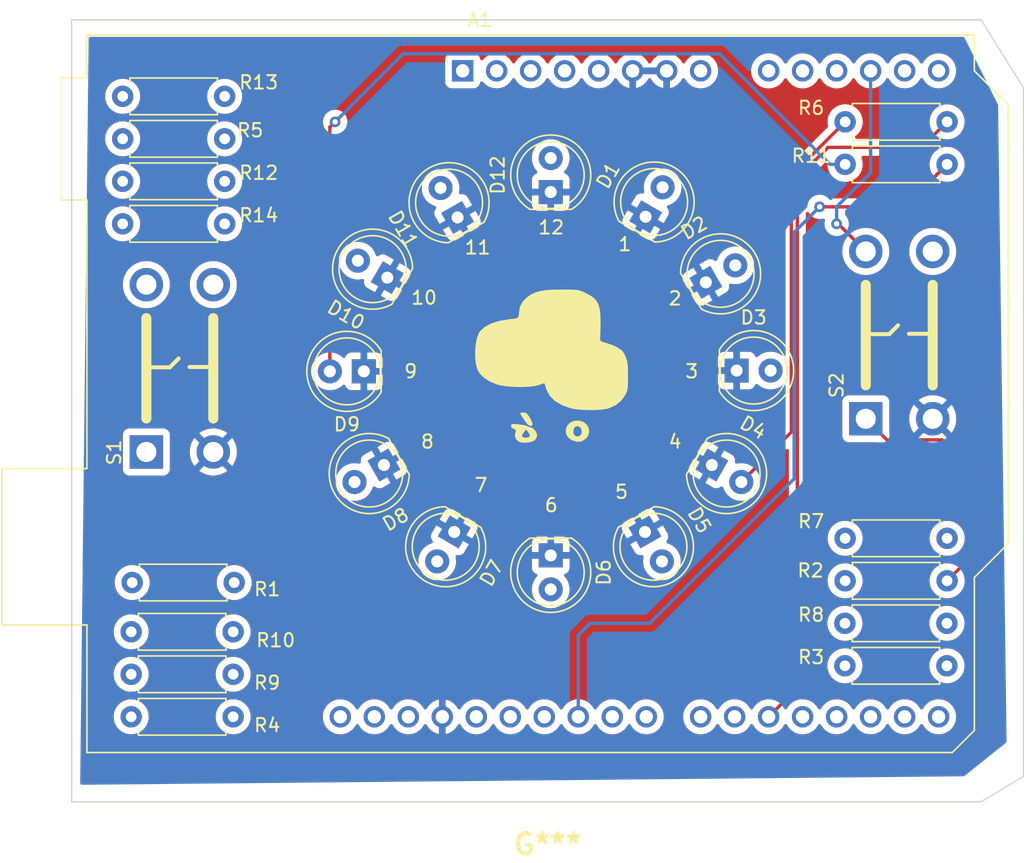
<source format=kicad_pcb>
(kicad_pcb (version 20211014) (generator pcbnew)
  (layers (0 "F.Cu" signal) (31 "B.Cu" signal) (34 "B.Paste" user) (35 "F.Paste" user) (36 "B.SilkS" user "B.Silkscreen") (37 "F.SilkS" user "F.Silkscreen") (38 "B.Mask" user) (39 "F.Mask" user) (44 "Edge.Cuts" user))
  (net 0 "")
  (net 6 "GND")
  (net 10 "A2")
  (net 11 "A3")
  (net 16 "S01")
  (net 17 "S02")
  (net 18 "S03")
  (net 19 "S04")
  (net 20 "S05")
  (net 21 "S06")
  (net 22 "S07")
  (net 23 "S08")
  (net 24 "S09")
  (net 25 "S10")
  (net 26 "S11")
  (net 27 "S12")
  (net 31 "Net-(D1-Pad2)")
  (net 32 "Net-(D2-Pad2)")
  (net 33 "Net-(D3-Pad2)")
  (net 34 "Net-(D4-Pad2)")
  (net 35 "Net-(D5-Pad2)")
  (net 36 "Net-(D6-Pad2)")
  (net 37 "Net-(D7-Pad2)")
  (net 38 "Net-(D8-Pad2)")
  (net 39 "Net-(D9-Pad2)")
  (net 40 "Net-(D10-Pad2)")
  (net 41 "Net-(D11-Pad2)")
  (net 42 "Net-(D12-Pad2)")
  (net 43 "+5V")
  (net 44 "Net-(R1-Pad2)")
  (net 45 "Net-(R2-Pad2)")
  (footprint "LED_THT:LED_D5.0mm" (layer "F.Cu") (at 145.5 55.456488 150)
    (fp_text reference "D10" (at 1.27 -3.96 150) (layer "F.SilkS"))
    (fp_text value "LED")
    (fp_line (start -1.29 -1.545) (end -1.29 1.545) (layer "F.SilkS") (width 0.12))
    (fp_arc (start -1.29 -1.54483) (mid 2.072002 -2.880433) (end 4.26 0.000462) (layer "F.SilkS") (width 0.12))
    (fp_arc (start 4.26 -0.000462) (mid 2.072002 2.880433) (end -1.29 1.54483) (layer "F.SilkS") (width 0.12))
    (fp_circle (center 1.27 0) (end 3.77 0) (layer "F.SilkS") (width 0.12) (fill none))
    (pad "1" thru_hole rect (at 0 0 150) (size 1.8 1.8) (drill 0.9) (layers *.Cu *.Mask) (net 6 "GND"))
    (pad "2" thru_hole circle (at 2.54 0 150) (size 1.8 1.8) (drill 0.9) (layers *.Cu *.Mask) (net 40 "Net-(D10-Pad2)"))
  )
  (footprint "Resistor_THT:R_Axial_DIN0207_L6.3mm_D2.5mm_P7.62mm_Horizontal" (layer "F.Cu") (at 179.705 46.99)
    (fp_text reference "R11" (at -2.54 -0.635) (layer "F.SilkS"))
    (fp_text value "300")
    (fp_line (start 7.08 -1.37) (end 7.08 -1.04) (layer "F.SilkS") (width 0.12))
    (fp_line (start 0.54 -1.37) (end 7.08 -1.37) (layer "F.SilkS") (width 0.12))
    (fp_line (start 0.54 -1.04) (end 0.54 -1.37) (layer "F.SilkS") (width 0.12))
    (fp_line (start 7.08 1.37) (end 7.08 1.04) (layer "F.SilkS") (width 0.12))
    (fp_line (start 0.54 1.04) (end 0.54 1.37) (layer "F.SilkS") (width 0.12))
    (fp_line (start 0.54 1.37) (end 7.08 1.37) (layer "F.SilkS") (width 0.12))
    (pad "1" thru_hole circle (at 0 0) (size 1.6 1.6) (drill 0.8) (layers *.Cu *.Mask) (net 39 "Net-(D9-Pad2)"))
    (pad "2" thru_hole oval (at 7.62 0) (size 1.6 1.6) (drill 0.8) (layers *.Cu *.Mask) (net 24 "S09"))
  )
  (footprint "Resistor_THT:R_Axial_DIN0207_L6.3mm_D2.5mm_P7.62mm_Horizontal" (layer "F.Cu") (at 125.73 51.435)
    (fp_text reference "R14" (at 10.16 -0.635) (layer "F.SilkS"))
    (fp_text value "300")
    (fp_line (start 0.54 1.37) (end 7.08 1.37) (layer "F.SilkS") (width 0.12))
    (fp_line (start 0.54 -1.37) (end 7.08 -1.37) (layer "F.SilkS") (width 0.12))
    (fp_line (start 0.54 1.04) (end 0.54 1.37) (layer "F.SilkS") (width 0.12))
    (fp_line (start 7.08 -1.37) (end 7.08 -1.04) (layer "F.SilkS") (width 0.12))
    (fp_line (start 0.54 -1.04) (end 0.54 -1.37) (layer "F.SilkS") (width 0.12))
    (fp_line (start 7.08 1.37) (end 7.08 1.04) (layer "F.SilkS") (width 0.12))
    (pad "1" thru_hole circle (at 0 0) (size 1.6 1.6) (drill 0.8) (layers *.Cu *.Mask) (net 42 "Net-(D12-Pad2)"))
    (pad "2" thru_hole oval (at 7.62 0) (size 1.6 1.6) (drill 0.8) (layers *.Cu *.Mask) (net 27 "S12"))
  )
  (footprint "LED_THT:LED_D5.0mm" (layer "F.Cu") (at 150.5 74.456488 -120)
    (fp_text reference "D7" (at 1.27 -3.96 60) (layer "F.SilkS"))
    (fp_text value "LED")
    (fp_line (start -1.29 -1.545) (end -1.29 1.545) (layer "F.SilkS") (width 0.12))
    (fp_arc (start 4.26 -0.000462) (mid 2.072002 2.880433) (end -1.29 1.54483) (layer "F.SilkS") (width 0.12))
    (fp_arc (start -1.29 -1.54483) (mid 2.072002 -2.880433) (end 4.26 0.000462) (layer "F.SilkS") (width 0.12))
    (fp_circle (center 1.27 0) (end 3.77 0) (layer "F.SilkS") (width 0.12) (fill none))
    (pad "1" thru_hole rect (at 0 0 240) (size 1.8 1.8) (drill 0.9) (layers *.Cu *.Mask) (net 6 "GND"))
    (pad "2" thru_hole circle (at 2.54 0 240) (size 1.8 1.8) (drill 0.9) (layers *.Cu *.Mask) (net 37 "Net-(D7-Pad2)"))
  )
  (footprint "LED_THT:LED_D5.0mm" (layer "F.Cu") (at 150.75 50.956488 120)
    (fp_text reference "D11" (at 1.27 -3.96 120) (layer "F.SilkS"))
    (fp_text value "LED")
    (fp_line (start -1.29 -1.545) (end -1.29 1.545) (layer "F.SilkS") (width 0.12))
    (fp_arc (start 4.26 -0.000462) (mid 2.072002 2.880433) (end -1.29 1.54483) (layer "F.SilkS") (width 0.12))
    (fp_arc (start -1.29 -1.54483) (mid 2.072002 -2.880433) (end 4.26 0.000462) (layer "F.SilkS") (width 0.12))
    (fp_circle (center 1.27 0) (end 3.77 0) (layer "F.SilkS") (width 0.12) (fill none))
    (pad "1" thru_hole rect (at 0 0 120) (size 1.8 1.8) (drill 0.9) (layers *.Cu *.Mask) (net 6 "GND"))
    (pad "2" thru_hole circle (at 2.54 0 120) (size 1.8 1.8) (drill 0.9) (layers *.Cu *.Mask) (net 41 "Net-(D11-Pad2)"))
  )
  (footprint "Resistor_THT:R_Axial_DIN0207_L6.3mm_D2.5mm_P7.62mm_Horizontal" (layer "F.Cu") (at 126.44 78.235)
    (fp_text reference "R1" (at 10.085 0.505) (layer "F.SilkS"))
    (fp_text value "10K")
    (fp_line (start 0.54 -1.04) (end 0.54 -1.37) (layer "F.SilkS") (width 0.12))
    (fp_line (start 0.54 1.04) (end 0.54 1.37) (layer "F.SilkS") (width 0.12))
    (fp_line (start 7.08 -1.37) (end 7.08 -1.04) (layer "F.SilkS") (width 0.12))
    (fp_line (start 0.54 -1.37) (end 7.08 -1.37) (layer "F.SilkS") (width 0.12))
    (fp_line (start 0.54 1.37) (end 7.08 1.37) (layer "F.SilkS") (width 0.12))
    (fp_line (start 7.08 1.37) (end 7.08 1.04) (layer "F.SilkS") (width 0.12))
    (pad "1" thru_hole circle (at 0 0) (size 1.6 1.6) (drill 0.8) (layers *.Cu *.Mask) (net 43 "+5V"))
    (pad "2" thru_hole oval (at 7.62 0) (size 1.6 1.6) (drill 0.8) (layers *.Cu *.Mask) (net 44 "Net-(R1-Pad2)"))
  )
  (footprint "Resistor_THT:R_Axial_DIN0207_L6.3mm_D2.5mm_P7.62mm_Horizontal" (layer "F.Cu") (at 179.705 78.105)
    (fp_text reference "R2" (at -2.585 -0.765) (layer "F.SilkS"))
    (fp_text value "10K")
    (fp_line (start 0.54 1.37) (end 7.08 1.37) (layer "F.SilkS") (width 0.12))
    (fp_line (start 7.08 -1.37) (end 7.08 -1.04) (layer "F.SilkS") (width 0.12))
    (fp_line (start 0.54 -1.04) (end 0.54 -1.37) (layer "F.SilkS") (width 0.12))
    (fp_line (start 7.08 1.37) (end 7.08 1.04) (layer "F.SilkS") (width 0.12))
    (fp_line (start 0.54 -1.37) (end 7.08 -1.37) (layer "F.SilkS") (width 0.12))
    (fp_line (start 0.54 1.04) (end 0.54 1.37) (layer "F.SilkS") (width 0.12))
    (pad "1" thru_hole circle (at 0 0) (size 1.6 1.6) (drill 0.8) (layers *.Cu *.Mask) (net 43 "+5V"))
    (pad "2" thru_hole oval (at 7.62 0) (size 1.6 1.6) (drill 0.8) (layers *.Cu *.Mask) (net 45 "Net-(R2-Pad2)"))
  )
  (footprint "LED_THT:LED_D5.0mm" (layer "F.Cu") (at 157.71 49.061488 90)
    (fp_text reference "D12" (at 1.27 -3.96 90) (layer "F.SilkS"))
    (fp_text value "LED")
    (fp_line (start -1.29 -1.545) (end -1.29 1.545) (layer "F.SilkS") (width 0.12))
    (fp_arc (start -1.29 -1.54483) (mid 2.072002 -2.880433) (end 4.26 0.000462) (layer "F.SilkS") (width 0.12))
    (fp_arc (start 4.26 -0.000462) (mid 2.072002 2.880433) (end -1.29 1.54483) (layer "F.SilkS") (width 0.12))
    (fp_circle (center 1.27 0) (end 3.77 0) (layer "F.SilkS") (width 0.12) (fill none))
    (pad "1" thru_hole rect (at 0 0 90) (size 1.8 1.8) (drill 0.9) (layers *.Cu *.Mask) (net 6 "GND"))
    (pad "2" thru_hole circle (at 2.54 0 90) (size 1.8 1.8) (drill 0.9) (layers *.Cu *.Mask) (net 42 "Net-(D12-Pad2)"))
  )
  (footprint "1_KJC_Library:TACT_SW" (layer "F.Cu") (at 127.5 68.48 90)
    (fp_text reference "S1" (at -0.04 -2.405 90 unlocked) (layer "F.SilkS"))
    (fp_text value "SW_TACT")
    (fp_line (start 6.35 4.9022) (end 6.35 3.2258) (layer "F.SilkS") (width 0.3))
    (fp_line (start 6.3246 0.0508) (end 6.3246 1.7526) (layer "F.SilkS") (width 0.3))
    (fp_line (start 6.3246 1.7526) (end 6.985 2.413) (layer "F.SilkS") (width 0.3))
    (fp_line (start 2.5 5) (end 10 5) (layer "F.SilkS") (width 0.75))
    (fp_line (start 2.5 0) (end 10 0) (layer "F.SilkS") (width 0.75))
    (pad "1" thru_hole rect (at 0 0) (size 2.5 2.5) (drill 1.5) (layers *.Cu *.Mask) (net 44 "Net-(R1-Pad2)"))
    (pad "2" thru_hole circle (at 0 5 90) (size 2.5 2.5) (drill 1.5) (layers *.Cu *.Mask) (net 6 "GND"))
    (pad "3" thru_hole circle (at 12.5 0 90) (size 2.5 2.5) (drill 1.5) (layers *.Cu *.Mask) (net 10 "A2"))
    (pad "4" thru_hole circle (at 12.5 5 90) (size 2.5 2.5) (drill 1.5) (layers *.Cu *.Mask))
  )
  (footprint "Resistor_THT:R_Axial_DIN0207_L6.3mm_D2.5mm_P7.62mm_Horizontal" (layer "F.Cu") (at 125.73 41.91)
    (fp_text reference "R13" (at 10.16 -1.04) (layer "F.SilkS"))
    (fp_text value "300")
    (fp_line (start 0.54 -1.37) (end 7.08 -1.37) (layer "F.SilkS") (width 0.12))
    (fp_line (start 0.54 -1.04) (end 0.54 -1.37) (layer "F.SilkS") (width 0.12))
    (fp_line (start 7.08 1.37) (end 7.08 1.04) (layer "F.SilkS") (width 0.12))
    (fp_line (start 7.08 -1.37) (end 7.08 -1.04) (layer "F.SilkS") (width 0.12))
    (fp_line (start 0.54 1.37) (end 7.08 1.37) (layer "F.SilkS") (width 0.12))
    (fp_line (start 0.54 1.04) (end 0.54 1.37) (layer "F.SilkS") (width 0.12))
    (pad "1" thru_hole circle (at 0 0) (size 1.6 1.6) (drill 0.8) (layers *.Cu *.Mask) (net 41 "Net-(D11-Pad2)"))
    (pad "2" thru_hole oval (at 7.62 0) (size 1.6 1.6) (drill 0.8) (layers *.Cu *.Mask) (net 26 "S11"))
  )
  (footprint "LED_THT:LED_D5.0mm" (layer "F.Cu") (at 143.75 62.456488 180)
    (fp_text reference "D9" (at 1.27 -3.96) (layer "F.SilkS"))
    (fp_text value "LED")
    (fp_line (start -1.29 -1.545) (end -1.29 1.545) (layer "F.SilkS") (width 0.12))
    (fp_arc (start -1.29 -1.54483) (mid 2.072002 -2.880433) (end 4.26 0.000462) (layer "F.SilkS") (width 0.12))
    (fp_arc (start 4.26 -0.000462) (mid 2.072002 2.880433) (end -1.29 1.54483) (layer "F.SilkS") (width 0.12))
    (fp_circle (center 1.27 0) (end 3.77 0) (layer "F.SilkS") (width 0.12) (fill none))
    (pad "1" thru_hole rect (at 0 0 180) (size 1.8 1.8) (drill 0.9) (layers *.Cu *.Mask) (net 6 "GND"))
    (pad "2" thru_hole circle (at 2.54 0 180) (size 1.8 1.8) (drill 0.9) (layers *.Cu *.Mask) (net 39 "Net-(D9-Pad2)"))
  )
  (footprint "Resistor_THT:R_Axial_DIN0207_L6.3mm_D2.5mm_P7.62mm_Horizontal" (layer "F.Cu") (at 125.73 48.26)
    (fp_text reference "R12" (at 10.16 -0.635) (layer "F.SilkS"))
    (fp_text value "300")
    (fp_line (start 0.54 -1.04) (end 0.54 -1.37) (layer "F.SilkS") (width 0.12))
    (fp_line (start 0.54 -1.37) (end 7.08 -1.37) (layer "F.SilkS") (width 0.12))
    (fp_line (start 7.08 -1.37) (end 7.08 -1.04) (layer "F.SilkS") (width 0.12))
    (fp_line (start 7.08 1.37) (end 7.08 1.04) (layer "F.SilkS") (width 0.12))
    (fp_line (start 0.54 1.37) (end 7.08 1.37) (layer "F.SilkS") (width 0.12))
    (fp_line (start 0.54 1.04) (end 0.54 1.37) (layer "F.SilkS") (width 0.12))
    (pad "1" thru_hole circle (at 0 0) (size 1.6 1.6) (drill 0.8) (layers *.Cu *.Mask) (net 40 "Net-(D10-Pad2)"))
    (pad "2" thru_hole oval (at 7.62 0) (size 1.6 1.6) (drill 0.8) (layers *.Cu *.Mask) (net 25 "S10"))
  )
  (footprint "Resistor_THT:R_Axial_DIN0207_L6.3mm_D2.5mm_P7.62mm_Horizontal" (layer "F.Cu") (at 126.365 85.09)
    (fp_text reference "R9" (at 10.16 0.635) (layer "F.SilkS"))
    (fp_text value "300")
    (fp_line (start 0.54 -1.04) (end 0.54 -1.37) (layer "F.SilkS") (width 0.12))
    (fp_line (start 0.54 -1.37) (end 7.08 -1.37) (layer "F.SilkS") (width 0.12))
    (fp_line (start 7.08 1.37) (end 7.08 1.04) (layer "F.SilkS") (width 0.12))
    (fp_line (start 7.08 -1.37) (end 7.08 -1.04) (layer "F.SilkS") (width 0.12))
    (fp_line (start 0.54 1.37) (end 7.08 1.37) (layer "F.SilkS") (width 0.12))
    (fp_line (start 0.54 1.04) (end 0.54 1.37) (layer "F.SilkS") (width 0.12))
    (pad "1" thru_hole circle (at 0 0) (size 1.6 1.6) (drill 0.8) (layers *.Cu *.Mask) (net 37 "Net-(D7-Pad2)"))
    (pad "2" thru_hole oval (at 7.62 0) (size 1.6 1.6) (drill 0.8) (layers *.Cu *.Mask) (net 22 "S07"))
  )
  (footprint "Resistor_THT:R_Axial_DIN0207_L6.3mm_D2.5mm_P7.62mm_Horizontal" (layer "F.Cu") (at 179.705 43.815)
    (fp_text reference "R6" (at -2.54 -1.04) (layer "F.SilkS"))
    (fp_text value "300")
    (fp_line (start 0.54 1.37) (end 7.08 1.37) (layer "F.SilkS") (width 0.12))
    (fp_line (start 7.08 -1.37) (end 7.08 -1.04) (layer "F.SilkS") (width 0.12))
    (fp_line (start 0.54 -1.04) (end 0.54 -1.37) (layer "F.SilkS") (width 0.12))
    (fp_line (start 0.54 1.04) (end 0.54 1.37) (layer "F.SilkS") (width 0.12))
    (fp_line (start 7.08 1.37) (end 7.08 1.04) (layer "F.SilkS") (width 0.12))
    (fp_line (start 0.54 -1.37) (end 7.08 -1.37) (layer "F.SilkS") (width 0.12))
    (pad "1" thru_hole circle (at 0 0) (size 1.6 1.6) (drill 0.8) (layers *.Cu *.Mask) (net 34 "Net-(D4-Pad2)"))
    (pad "2" thru_hole oval (at 7.62 0) (size 1.6 1.6) (drill 0.8) (layers *.Cu *.Mask) (net 19 "S04"))
  )
  (footprint "LED_THT:LED_D5.0mm" (layer "F.Cu") (at 169.75 69.456488 -30)
    (fp_text reference "D4" (at 1.27 -3.96 150) (layer "F.SilkS"))
    (fp_text value "LED")
    (fp_line (start -1.29 -1.545) (end -1.29 1.545) (layer "F.SilkS") (width 0.12))
    (fp_arc (start -1.29 -1.54483) (mid 2.072002 -2.880433) (end 4.26 0.000462) (layer "F.SilkS") (width 0.12))
    (fp_arc (start 4.26 -0.000462) (mid 2.072002 2.880433) (end -1.29 1.54483) (layer "F.SilkS") (width 0.12))
    (fp_circle (center 1.27 0) (end 3.77 0) (layer "F.SilkS") (width 0.12) (fill none))
    (pad "1" thru_hole rect (at 0 0 330) (size 1.8 1.8) (drill 0.9) (layers *.Cu *.Mask) (net 6 "GND"))
    (pad "2" thru_hole circle (at 2.54 0 330) (size 1.8 1.8) (drill 0.9) (layers *.Cu *.Mask) (net 34 "Net-(D4-Pad2)"))
  )
  (footprint "Resistor_THT:R_Axial_DIN0207_L6.3mm_D2.5mm_P7.62mm_Horizontal" (layer "F.Cu") (at 126.365 81.915)
    (fp_text reference "R10" (at 10.795 0.635) (layer "F.SilkS"))
    (fp_text value "300")
    (fp_line (start 0.54 1.37) (end 7.08 1.37) (layer "F.SilkS") (width 0.12))
    (fp_line (start 0.54 1.04) (end 0.54 1.37) (layer "F.SilkS") (width 0.12))
    (fp_line (start 0.54 -1.37) (end 7.08 -1.37) (layer "F.SilkS") (width 0.12))
    (fp_line (start 7.08 1.37) (end 7.08 1.04) (layer "F.SilkS") (width 0.12))
    (fp_line (start 7.08 -1.37) (end 7.08 -1.04) (layer "F.SilkS") (width 0.12))
    (fp_line (start 0.54 -1.04) (end 0.54 -1.37) (layer "F.SilkS") (width 0.12))
    (pad "1" thru_hole circle (at 0 0) (size 1.6 1.6) (drill 0.8) (layers *.Cu *.Mask) (net 38 "Net-(D8-Pad2)"))
    (pad "2" thru_hole oval (at 7.62 0) (size 1.6 1.6) (drill 0.8) (layers *.Cu *.Mask) (net 23 "S08"))
  )
  (footprint "LED_THT:LED_D5.0mm" (layer "F.Cu") (at 169.3 55.806488 30)
    (fp_text reference "D2" (at 1.27 -3.96 30) (layer "F.SilkS"))
    (fp_text value "LED")
    (fp_line (start -1.29 -1.545) (end -1.29 1.545) (layer "F.SilkS") (width 0.12))
    (fp_arc (start 4.26 -0.000462) (mid 2.072002 2.880433) (end -1.29 1.54483) (layer "F.SilkS") (width 0.12))
    (fp_arc (start -1.29 -1.54483) (mid 2.072002 -2.880433) (end 4.26 0.000462) (layer "F.SilkS") (width 0.12))
    (fp_circle (center 1.27 0) (end 3.77 0) (layer "F.SilkS") (width 0.12) (fill none))
    (pad "1" thru_hole rect (at 0 0 30) (size 1.8 1.8) (drill 0.9) (layers *.Cu *.Mask) (net 6 "GND"))
    (pad "2" thru_hole circle (at 2.54 0 30) (size 1.8 1.8) (drill 0.9) (layers *.Cu *.Mask) (net 32 "Net-(D2-Pad2)"))
  )
  (footprint "Resistor_THT:R_Axial_DIN0207_L6.3mm_D2.5mm_P7.62mm_Horizontal" (layer "F.Cu") (at 179.69 84.455)
    (fp_text reference "R3" (at -2.525 -0.645) (layer "F.SilkS"))
    (fp_text value "300")
    (fp_line (start 0.54 -1.04) (end 0.54 -1.37) (layer "F.SilkS") (width 0.12))
    (fp_line (start 7.08 1.37) (end 7.08 1.04) (layer "F.SilkS") (width 0.12))
    (fp_line (start 7.08 -1.37) (end 7.08 -1.04) (layer "F.SilkS") (width 0.12))
    (fp_line (start 0.54 -1.37) (end 7.08 -1.37) (layer "F.SilkS") (width 0.12))
    (fp_line (start 0.54 1.37) (end 7.08 1.37) (layer "F.SilkS") (width 0.12))
    (fp_line (start 0.54 1.04) (end 0.54 1.37) (layer "F.SilkS") (width 0.12))
    (pad "1" thru_hole circle (at 0 0) (size 1.6 1.6) (drill 0.8) (layers *.Cu *.Mask) (net 31 "Net-(D1-Pad2)"))
    (pad "2" thru_hole oval (at 7.62 0) (size 1.6 1.6) (drill 0.8) (layers *.Cu *.Mask) (net 16 "S01"))
  )
  (footprint "LED_THT:LED_D5.0mm" (layer "F.Cu") (at 164.75 74.456488 -60)
    (fp_text reference "D5" (at 1.27 -3.96 120) (layer "F.SilkS"))
    (fp_text value "LED")
    (fp_line (start -1.29 -1.545) (end -1.29 1.545) (layer "F.SilkS") (width 0.12))
    (fp_arc (start 4.26 -0.000462) (mid 2.072002 2.880433) (end -1.29 1.54483) (layer "F.SilkS") (width 0.12))
    (fp_arc (start -1.29 -1.54483) (mid 2.072002 -2.880433) (end 4.26 0.000462) (layer "F.SilkS") (width 0.12))
    (fp_circle (center 1.27 0) (end 3.77 0) (layer "F.SilkS") (width 0.12) (fill none))
    (pad "1" thru_hole rect (at 0 0 300) (size 1.8 1.8) (drill 0.9) (layers *.Cu *.Mask) (net 6 "GND"))
    (pad "2" thru_hole circle (at 2.54 0 300) (size 1.8 1.8) (drill 0.9) (layers *.Cu *.Mask) (net 35 "Net-(D5-Pad2)"))
  )
  (footprint "Resistor_THT:R_Axial_DIN0207_L6.3mm_D2.5mm_P7.62mm_Horizontal" (layer "F.Cu") (at 125.73 45.085)
    (fp_text reference "R5" (at 9.525 -0.635) (layer "F.SilkS"))
    (fp_text value "300")
    (fp_line (start 0.54 1.04) (end 0.54 1.37) (layer "F.SilkS") (width 0.12))
    (fp_line (start 0.54 -1.37) (end 7.08 -1.37) (layer "F.SilkS") (width 0.12))
    (fp_line (start 7.08 -1.37) (end 7.08 -1.04) (layer "F.SilkS") (width 0.12))
    (fp_line (start 7.08 1.37) (end 7.08 1.04) (layer "F.SilkS") (width 0.12))
    (fp_line (start 0.54 -1.04) (end 0.54 -1.37) (layer "F.SilkS") (width 0.12))
    (fp_line (start 0.54 1.37) (end 7.08 1.37) (layer "F.SilkS") (width 0.12))
    (pad "1" thru_hole circle (at 0 0) (size 1.6 1.6) (drill 0.8) (layers *.Cu *.Mask) (net 33 "Net-(D3-Pad2)"))
    (pad "2" thru_hole oval (at 7.62 0) (size 1.6 1.6) (drill 0.8) (layers *.Cu *.Mask) (net 18 "S03"))
  )
  (footprint "LED_THT:LED_D5.0mm" (layer "F.Cu") (at 157.71 76.206488 -90)
    (fp_text reference "D6" (at 1.27 -3.96 90) (layer "F.SilkS"))
    (fp_text value "LED")
    (fp_line (start -1.29 -1.545) (end -1.29 1.545) (layer "F.SilkS") (width 0.12))
    (fp_arc (start 4.26 -0.000462) (mid 2.072002 2.880433) (end -1.29 1.54483) (layer "F.SilkS") (width 0.12))
    (fp_arc (start -1.29 -1.54483) (mid 2.072002 -2.880433) (end 4.26 0.000462) (layer "F.SilkS") (width 0.12))
    (fp_circle (center 1.27 0) (end 3.77 0) (layer "F.SilkS") (width 0.12) (fill none))
    (pad "1" thru_hole rect (at 0 0 270) (size 1.8 1.8) (drill 0.9) (layers *.Cu *.Mask) (net 6 "GND"))
    (pad "2" thru_hole circle (at 2.54 0 270) (size 1.8 1.8) (drill 0.9) (layers *.Cu *.Mask) (net 36 "Net-(D6-Pad2)"))
  )
  (footprint "1_KJC_Library:hi" (layer "F.Cu") (at 157.71 63.666488)
    (fp_text reference "G***" (at -0.23 34.123512) (layer "F.SilkS") (effects (font (size 1.524 1.524) (thickness 0.3))))
    (fp_text value "LOGO" hide)
    (fp_poly (pts (xy -1.862857 1.890698) (xy -1.723901 2.000072) (xy -1.570623 2.22871) (xy -1.569903 2.229938) (xy -1.443951 2.47165) (xy -1.366461 2.671974) (xy -1.354667 2.737938) (xy -1.411165 2.857669) (xy -1.552104 2.861416) (xy -1.703175 2.772833) (xy -1.808661 2.655) (xy -1.953999 2.459203) (xy -2.104762 2.236598) (xy -2.226522 2.03834) (xy -2.28485 1.915587) (xy -2.286 1.906815) (xy -2.212371 1.875623) (xy -2.03557 1.862666)) (layer "F.SilkS") (width 0) (fill solid))
    (fp_poly (pts (xy 1.296366 -7.322712) (xy 1.653646 -7.316112) (xy 1.914816 -7.29827) (xy 2.116487 -7.263586) (xy 2.295271 -7.206459) (xy 2.487779 -7.121292) (xy 2.651289 -7.041509) (xy 2.975728 -6.866559) (xy 3.232522 -6.682863) (xy 3.428151 -6.469614) (xy 3.569097 -6.206006) (xy 3.661839 -5.87123) (xy 3.71286 -5.444482) (xy 3.728639 -4.904953) (xy 3.715657 -4.231837) (xy 3.694007 -3.693802) (xy 3.701745 -3.549393) (xy 3.767935 -3.45888) (xy 3.932293 -3.389452) (xy 4.127442 -3.335718) (xy 4.601239 -3.182362) (xy 5.008341 -2.991504) (xy 5.303117 -2.785475) (xy 5.351937 -2.736411) (xy 5.560759 -2.410388) (xy 5.708066 -1.992286) (xy 5.768332 -1.555492) (xy 5.768571 -1.538612) (xy 5.773282 -0.968121) (xy 5.77425 -0.539557) (xy 5.76894 -0.225517) (xy 5.754816 0.001401) (xy 5.729341 0.1686) (xy 5.689981 0.303481) (xy 5.634198 0.433448) (xy 5.57485 0.55471) (xy 5.278107 0.973888) (xy 4.857518 1.313771) (xy 4.350402 1.547025) (xy 4.145877 1.601355) (xy 3.75995 1.655138) (xy 3.271829 1.681703) (xy 2.738903 1.681988) (xy 2.21856 1.656931) (xy 1.768192 1.607471) (xy 1.524 1.558487) (xy 0.838563 1.318171) (xy 0.302301 1.00022) (xy -0.087008 0.602849) (xy -0.331584 0.124274) (xy -0.35505 0.048436) (xy -0.418874 -0.168623) (xy -0.461099 -0.301857) (xy -0.467728 -0.318405) (xy -0.546991 -0.304146) (xy -0.732781 -0.243007) (xy -0.854627 -0.197939) (xy -1.202171 -0.110804) (xy -1.668861 -0.057247) (xy -2.207971 -0.036806) (xy -2.772769 -0.049016) (xy -3.316528 -0.093411) (xy -3.792519 -0.169528) (xy -4.023625 -0.229436) (xy -4.519664 -0.434936) (xy -4.952456 -0.708711) (xy -5.285253 -1.023205) (xy -5.46583 -1.310834) (xy -5.582182 -1.716406) (xy -5.641715 -2.205419) (xy -5.647147 -2.7322) (xy -5.601194 -3.251075) (xy -5.506574 -3.716374) (xy -5.366003 -4.082423) (xy -5.294261 -4.195125) (xy -4.950279 -4.517675) (xy -4.464607 -4.781099) (xy -3.856941 -4.977549) (xy -3.146975 -5.099178) (xy -2.987354 -5.114427) (xy -2.669252 -5.1498) (xy -2.484534 -5.208834) (xy -2.397316 -5.319865) (xy -2.371713 -5.511226) (xy -2.370667 -5.601368) (xy -2.298287 -6.050543) (xy -2.07493 -6.447069) (xy -1.76353 -6.752624) (xy -1.465547 -6.959523) (xy -1.139905 -7.112857) (xy -0.756856 -7.219239) (xy -0.286652 -7.285277) (xy 0.300458 -7.317583) (xy 0.806363 -7.323667)) (layer "F.SilkS") (width 0) (fill solid))
    (fp_poly (pts (xy 2.426393 2.557712) (xy 2.675702 2.746631) (xy 2.833021 3.001776) (xy 2.879069 3.294836) (xy 2.794563 3.597501) (xy 2.631179 3.816512) (xy 2.323729 4.017532) (xy 1.967677 4.057477) (xy 1.568364 3.935781) (xy 1.556422 3.929948) (xy 1.283798 3.717647) (xy 1.140629 3.441362) (xy 1.134853 3.34705) (xy 1.693333 3.34705) (xy 1.755114 3.547761) (xy 1.903726 3.650679) (xy 2.084076 3.650375) (xy 2.241066 3.541417) (xy 2.305121 3.407356) (xy 2.309114 3.158956) (xy 2.20524 2.965923) (xy 2.022922 2.879476) (xy 2.001453 2.878666) (xy 1.812503 2.936538) (xy 1.713986 3.120443) (xy 1.693333 3.34705) (xy 1.134853 3.34705) (xy 1.122198 3.140414) (xy 1.223789 2.854123) (xy 1.440685 2.621811) (xy 1.728931 2.491791) (xy 2.104376 2.463329)) (layer "F.SilkS") (width 0) (fill solid))
    (fp_poly (pts (xy -2.493201 2.738796) (xy -2.391834 2.749206) (xy -2.090679 2.790199) (xy -1.855697 2.839806) (xy -1.7399 2.886069) (xy -1.589025 2.955747) (xy -1.521826 2.963333) (xy -1.339606 3.035213) (xy -1.16307 3.211268) (xy -1.041766 3.432121) (xy -1.016 3.569501) (xy -1.077405 3.790175) (xy -1.184476 3.936223) (xy -1.393867 4.043213) (xy -1.697849 4.108555) (xy -2.025071 4.124326) (xy -2.30418 4.082598) (xy -2.350189 4.065709) (xy -2.568053 3.893559) (xy -2.677624 3.642835) (xy -2.677508 3.641551) (xy -2.148535 3.641551) (xy -2.066479 3.707717) (xy -2.064289 3.708946) (xy -1.865701 3.753459) (xy -1.661968 3.71165) (xy -1.559512 3.629629) (xy -1.574143 3.518089) (xy -1.673206 3.35082) (xy -1.680538 3.341369) (xy -1.84808 3.128374) (xy -2.026688 3.379205) (xy -2.137304 3.549872) (xy -2.148535 3.641551) (xy -2.677508 3.641551) (xy -2.653458 3.375406) (xy -2.643639 3.352161) (xy -2.595032 3.198209) (xy -2.664122 3.124511) (xy -2.757049 3.096548) (xy -2.928793 2.990761) (xy -2.963334 2.86719) (xy -2.952476 2.774399) (xy -2.895201 2.72717) (xy -2.75446 2.717851)) (layer "F.SilkS") (width 0) (fill solid))
  )
  (footprint "LED_THT:LED_D5.0mm" (layer "F.Cu") (at 171.6 62.396488)
    (fp_text reference "D3" (at 1.27 -3.96) (layer "F.SilkS"))
    (fp_text value "LED")
    (fp_line (start -1.29 -1.545) (end -1.29 1.545) (layer "F.SilkS") (width 0.12))
    (fp_arc (start 4.26 -0.000462) (mid 2.072002 2.880433) (end -1.29 1.54483) (layer "F.SilkS") (width 0.12))
    (fp_arc (start -1.29 -1.54483) (mid 2.072002 -2.880433) (end 4.26 0.000462) (layer "F.SilkS") (width 0.12))
    (fp_circle (center 1.27 0) (end 3.77 0) (layer "F.SilkS") (width 0.12) (fill none))
    (pad "1" thru_hole rect (at 0 0) (size 1.8 1.8) (drill 0.9) (layers *.Cu *.Mask) (net 6 "GND"))
    (pad "2" thru_hole circle (at 2.54 0) (size 1.8 1.8) (drill 0.9) (layers *.Cu *.Mask) (net 33 "Net-(D3-Pad2)"))
  )
  (footprint "1_KJC_Library:TACT_SW" (layer "F.Cu") (at 181.25 66 90)
    (fp_text reference "S2" (at 2.5 -2.18 90 unlocked) (layer "F.SilkS"))
    (fp_text value "SW_TACT")
    (fp_line (start 2.5 0) (end 10 0) (layer "F.SilkS") (width 0.75))
    (fp_line (start 2.5 5) (end 10 5) (layer "F.SilkS") (width 0.75))
    (fp_line (start 6.3246 0.0508) (end 6.3246 1.7526) (layer "F.SilkS") (width 0.3))
    (fp_line (start 6.3246 1.7526) (end 6.985 2.413) (layer "F.SilkS") (width 0.3))
    (fp_line (start 6.35 4.9022) (end 6.35 3.2258) (layer "F.SilkS") (width 0.3))
    (pad "1" thru_hole rect (at 0 0) (size 2.5 2.5) (drill 1.5) (layers *.Cu *.Mask) (net 45 "Net-(R2-Pad2)"))
    (pad "2" thru_hole circle (at 0 5 90) (size 2.5 2.5) (drill 1.5) (layers *.Cu *.Mask) (net 6 "GND"))
    (pad "3" thru_hole circle (at 12.5 0 90) (size 2.5 2.5) (drill 1.5) (layers *.Cu *.Mask) (net 11 "A3"))
    (pad "4" thru_hole circle (at 12.5 5 90) (size 2.5 2.5) (drill 1.5) (layers *.Cu *.Mask))
  )
  (footprint "LED_THT:LED_D5.0mm" (layer "F.Cu") (at 164.8 50.906488 60)
    (fp_text reference "D1" (at 1.27 -3.96 60) (layer "F.SilkS"))
    (fp_text value "LED")
    (fp_line (start -1.29 -1.545) (end -1.29 1.545) (layer "F.SilkS") (width 0.12))
    (fp_arc (start -1.29 -1.54483) (mid 2.072002 -2.880433) (end 4.26 0.000462) (layer "F.SilkS") (width 0.12))
    (fp_arc (start 4.26 -0.000462) (mid 2.072002 2.880433) (end -1.29 1.54483) (layer "F.SilkS") (width 0.12))
    (fp_circle (center 1.27 0) (end 3.77 0) (layer "F.SilkS") (width 0.12) (fill none))
    (pad "1" thru_hole rect (at 0 0 60) (size 1.8 1.8) (drill 0.9) (layers *.Cu *.Mask) (net 6 "GND"))
    (pad "2" thru_hole circle (at 2.54 0 60) (size 1.8 1.8) (drill 0.9) (layers *.Cu *.Mask) (net 31 "Net-(D1-Pad2)"))
  )
  (footprint "Module:Arduino_UNO_R3" (layer "F.Cu") (at 151.13 40.005)
    (fp_text reference "A1" (at 1.27 -3.81 180) (layer "F.SilkS"))
    (fp_text value "Arduino_UNO_R3")
    (fp_line (start -28.07 50.93) (end 36.58 50.93) (layer "F.SilkS") (width 0.12))
    (fp_line (start -34.42 41.4) (end -28.07 41.4) (layer "F.SilkS") (width 0.12))
    (fp_line (start -29.97 0.51) (end -29.97 9.65) (layer "F.SilkS") (width 0.12))
    (fp_line (start -28.07 -2.67) (end -28.07 0.51) (layer "F.SilkS") (width 0.12))
    (fp_line (start 40.77 35.31) (end 40.77 2.54) (layer "F.SilkS") (width 0.12))
    (fp_line (start 40.77 2.54) (end 38.23 0) (layer "F.SilkS") (width 0.12))
    (fp_line (start 36.58 50.93) (end 38.23 49.28) (layer "F.SilkS") (width 0.12))
    (fp_line (start -28.07 41.4) (end -28.07 50.93) (layer "F.SilkS") (width 0.12))
    (fp_line (start 38.23 -2.67) (end -28.07 -2.67) (layer "F.SilkS") (width 0.12))
    (fp_line (start 38.23 37.85) (end 40.77 35.31) (layer "F.SilkS") (width 0.12))
    (fp_line (start -29.97 9.65) (end -28.07 9.65) (layer "F.SilkS") (width 0.12))
    (fp_line (start -28.07 9.65) (end -28.07 29.72) (layer "F.SilkS") (width 0.12))
    (fp_line (start -34.42 29.72) (end -34.42 41.4) (layer "F.SilkS") (width 0.12))
    (fp_line (start 38.23 49.28) (end 38.23 37.85) (layer "F.SilkS") (width 0.12))
    (fp_line (start -28.07 0.51) (end -29.97 0.51) (layer "F.SilkS") (width 0.12))
    (fp_line (start -28.07 29.72) (end -34.42 29.72) (layer "F.SilkS") (width 0.12))
    (fp_line (start 38.23 0) (end 38.23 -2.67) (layer "F.SilkS") (width 0.12))
    (pad "1" thru_hole rect (at 0 0 90) (size 1.6 1.6) (drill 1) (layers *.Cu *.Mask))
    (pad "2" thru_hole oval (at 2.54 0 90) (size 1.6 1.6) (drill 1) (layers *.Cu *.Mask))
    (pad "3" thru_hole oval (at 5.08 0 90) (size 1.6 1.6) (drill 1) (layers *.Cu *.Mask))
    (pad "4" thru_hole oval (at 7.62 0 90) (size 1.6 1.6) (drill 1) (layers *.Cu *.Mask))
    (pad "5" thru_hole oval (at 10.16 0 90) (size 1.6 1.6) (drill 1) (layers *.Cu *.Mask))
    (pad "6" thru_hole oval (at 12.7 0 90) (size 1.6 1.6) (drill 1) (layers *.Cu *.Mask) (net 6 "GND"))
    (pad "7" thru_hole oval (at 15.24 0 90) (size 1.6 1.6) (drill 1) (layers *.Cu *.Mask) (net 6 "GND"))
    (pad "8" thru_hole oval (at 17.78 0 90) (size 1.6 1.6) (drill 1) (layers *.Cu *.Mask))
    (pad "9" thru_hole oval (at 22.86 0 90) (size 1.6 1.6) (drill 1) (layers *.Cu *.Mask))
    (pad "10" thru_hole oval (at 25.4 0 90) (size 1.6 1.6) (drill 1) (layers *.Cu *.Mask))
    (pad "11" thru_hole oval (at 27.94 0 90) (size 1.6 1.6) (drill 1) (layers *.Cu *.Mask) (net 10 "A2"))
    (pad "12" thru_hole oval (at 30.48 0 90) (size 1.6 1.6) (drill 1) (layers *.Cu *.Mask) (net 11 "A3"))
    (pad "13" thru_hole oval (at 33.02 0 90) (size 1.6 1.6) (drill 1) (layers *.Cu *.Mask))
    (pad "14" thru_hole oval (at 35.56 0 90) (size 1.6 1.6) (drill 1) (layers *.Cu *.Mask))
    (pad "15" thru_hole oval (at 35.56 48.26 90) (size 1.6 1.6) (drill 1) (layers *.Cu *.Mask))
    (pad "16" thru_hole oval (at 33.02 48.26 90) (size 1.6 1.6) (drill 1) (layers *.Cu *.Mask))
    (pad "17" thru_hole oval (at 30.48 48.26 90) (size 1.6 1.6) (drill 1) (layers *.Cu *.Mask) (net 16 "S01"))
    (pad "18" thru_hole oval (at 27.94 48.26 90) (size 1.6 1.6) (drill 1) (layers *.Cu *.Mask) (net 17 "S02"))
    (pad "19" thru_hole oval (at 25.4 48.26 90) (size 1.6 1.6) (drill 1) (layers *.Cu *.Mask) (net 18 "S03"))
    (pad "20" thru_hole oval (at 22.86 48.26 90) (size 1.6 1.6) (drill 1) (layers *.Cu *.Mask) (net 19 "S04"))
    (pad "21" thru_hole oval (at 20.32 48.26 90) (size 1.6 1.6) (drill 1) (layers *.Cu *.Mask) (net 20 "S05"))
    (pad "22" thru_hole oval (at 17.78 48.26 90) (size 1.6 1.6) (drill 1) (layers *.Cu *.Mask) (net 21 "S06"))
    (pad "23" thru_hole oval (at 13.72 48.26 90) (size 1.6 1.6) (drill 1) (layers *.Cu *.Mask) (net 22 "S07"))
    (pad "24" thru_hole oval (at 11.18 48.26 90) (size 1.6 1.6) (drill 1) (layers *.Cu *.Mask) (net 23 "S08"))
    (pad "25" thru_hole oval (at 8.64 48.26 90) (size 1.6 1.6) (drill 1) (layers *.Cu *.Mask) (net 24 "S09"))
    (pad "26" thru_hole oval (at 6.1 48.26 90) (size 1.6 1.6) (drill 1) (layers *.Cu *.Mask) (net 25 "S10"))
    (pad "27" thru_hole oval (at 3.56 48.26 90) (size 1.6 1.6) (drill 1) (layers *.Cu *.Mask) (net 26 "S11"))
    (pad "28" thru_hole oval (at 1.02 48.26 90) (size 1.6 1.6) (drill 1) (layers *.Cu *.Mask) (net 27 "S12"))
    (pad "29" thru_hole oval (at -1.52 48.26 90) (size 1.6 1.6) (drill 1) (layers *.Cu *.Mask) (net 6 "GND"))
    (pad "30" thru_hole oval (at -4.06 48.26 90) (size 1.6 1.6) (drill 1) (layers *.Cu *.Mask))
    (pad "31" thru_hole oval (at -6.6 48.26 90) (size 1.6 1.6) (drill 1) (layers *.Cu *.Mask))
    (pad "32" thru_hole oval (at -9.14 48.26 90) (size 1.6 1.6) (drill 1) (layers *.Cu *.Mask))
  )
  (footprint "Resistor_THT:R_Axial_DIN0207_L6.3mm_D2.5mm_P7.62mm_Horizontal" (layer "F.Cu") (at 179.705 74.93)
    (fp_text reference "R7" (at -2.54 -1.27) (layer "F.SilkS"))
    (fp_text value "300")
    (fp_line (start 0.54 -1.37) (end 7.08 -1.37) (layer "F.SilkS") (width 0.12))
    (fp_line (start 0.54 1.37) (end 7.08 1.37) (layer "F.SilkS") (width 0.12))
    (fp_line (start 0.54 1.04) (end 0.54 1.37) (layer "F.SilkS") (width 0.12))
    (fp_line (start 0.54 -1.04) (end 0.54 -1.37) (layer "F.SilkS") (width 0.12))
    (fp_line (start 7.08 1.37) (end 7.08 1.04) (layer "F.SilkS") (width 0.12))
    (fp_line (start 7.08 -1.37) (end 7.08 -1.04) (layer "F.SilkS") (width 0.12))
    (pad "1" thru_hole circle (at 0 0) (size 1.6 1.6) (drill 0.8) (layers *.Cu *.Mask) (net 35 "Net-(D5-Pad2)"))
    (pad "2" thru_hole oval (at 7.62 0) (size 1.6 1.6) (drill 0.8) (layers *.Cu *.Mask) (net 20 "S05"))
  )
  (footprint "Resistor_THT:R_Axial_DIN0207_L6.3mm_D2.5mm_P7.62mm_Horizontal" (layer "F.Cu") (at 179.69 81.28)
    (fp_text reference "R8" (at -2.525 -0.635) (layer "F.SilkS"))
    (fp_text value "300")
    (fp_line (start 0.54 1.04) (end 0.54 1.37) (layer "F.SilkS") (width 0.12))
    (fp_line (start 7.08 1.37) (end 7.08 1.04) (layer "F.SilkS") (width 0.12))
    (fp_line (start 0.54 -1.04) (end 0.54 -1.37) (layer "F.SilkS") (width 0.12))
    (fp_line (start 0.54 1.37) (end 7.08 1.37) (layer "F.SilkS") (width 0.12))
    (fp_line (start 0.54 -1.37) (end 7.08 -1.37) (layer "F.SilkS") (width 0.12))
    (fp_line (start 7.08 -1.37) (end 7.08 -1.04) (layer "F.SilkS") (width 0.12))
    (pad "1" thru_hole circle (at 0 0) (size 1.6 1.6) (drill 0.8) (layers *.Cu *.Mask) (net 36 "Net-(D6-Pad2)"))
    (pad "2" thru_hole oval (at 7.62 0) (size 1.6 1.6) (drill 0.8) (layers *.Cu *.Mask) (net 21 "S06"))
  )
  (footprint "LED_THT:LED_D5.0mm" (layer "F.Cu") (at 145.25 69.456488 -150)
    (fp_text reference "D8" (at 1.27 -3.96 30) (layer "F.SilkS"))
    (fp_text value "LED")
    (fp_line (start -1.29 -1.545) (end -1.29 1.545) (layer "F.SilkS") (width 0.12))
    (fp_arc (start -1.29 -1.54483) (mid 2.072002 -2.880433) (end 4.26 0.000462) (layer "F.SilkS") (width 0.12))
    (fp_arc (start 4.26 -0.000462) (mid 2.072002 2.880433) (end -1.29 1.54483) (layer "F.SilkS") (width 0.12))
    (fp_circle (center 1.27 0) (end 3.77 0) (layer "F.SilkS") (width 0.12) (fill none))
    (pad "1" thru_hole rect (at 0 0 210) (size 1.8 1.8) (drill 0.9) (layers *.Cu *.Mask) (net 6 "GND"))
    (pad "2" thru_hole circle (at 2.54 0 210) (size 1.8 1.8) (drill 0.9) (layers *.Cu *.Mask) (net 38 "Net-(D8-Pad2)"))
  )
  (footprint "Resistor_THT:R_Axial_DIN0207_L6.3mm_D2.5mm_P7.62mm_Horizontal" (layer "F.Cu") (at 126.365 88.265)
    (fp_text reference "R4" (at 10.16 0.635) (layer "F.SilkS"))
    (fp_text value "300")
    (fp_line (start 0.54 1.04) (end 0.54 1.37) (layer "F.SilkS") (width 0.12))
    (fp_line (start 0.54 -1.37) (end 7.08 -1.37) (layer "F.SilkS") (width 0.12))
    (fp_line (start 7.08 1.37) (end 7.08 1.04) (layer "F.SilkS") (width 0.12))
    (fp_line (start 7.08 -1.37) (end 7.08 -1.04) (layer "F.SilkS") (width 0.12))
    (fp_line (start 0.54 1.37) (end 7.08 1.37) (layer "F.SilkS") (width 0.12))
    (fp_line (start 0.54 -1.04) (end 0.54 -1.37) (layer "F.SilkS") (width 0.12))
    (pad "1" thru_hole circle (at 0 0) (size 1.6 1.6) (drill 0.8) (layers *.Cu *.Mask) (net 32 "Net-(D2-Pad2)"))
    (pad "2" thru_hole oval (at 7.62 0) (size 1.6 1.6) (drill 0.8) (layers *.Cu *.Mask) (net 17 "S02"))
  )
  (gr_line (start 193.04 41.275) (end 193.04 92.71) (layer "Edge.Cuts") (width 0.1))
  (gr_line (start 193.04 92.71) (end 189.865 94.615) (layer "Edge.Cuts") (width 0.1))
  (gr_line (start 121.92 94.615) (end 121.92 36.195) (layer "Edge.Cuts") (width 0.1))
  (gr_line (start 189.865 36.195) (end 193.04 41.275) (layer "Edge.Cuts") (width 0.1))
  (gr_line (start 121.92 36.195) (end 189.865 36.195) (layer "Edge.Cuts") (width 0.1))
  (gr_line (start 189.865 94.615) (end 121.92 94.615) (layer "Edge.Cuts") (width 0.1))
  (gr_text "3\n" (at 168.25 62.456488) (layer "F.SilkS") (effects (font (size 1 1))))
  (gr_text "12" (at 157.75 51.706488) (layer "F.SilkS") (effects (font (size 1 1))))
  (gr_text "4" (at 167 67.706488) (layer "F.SilkS") (effects (font (size 1 1))))
  (gr_text "6" (at 157.75 72.456488) (layer "F.SilkS") (effects (font (size 1 1))))
  (gr_text "8" (at 148.5 67.706488) (layer "F.SilkS") (effects (font (size 1 1))))
  (gr_text "\n2" (at 167 56.206488) (layer "F.SilkS") (effects (font (size 1 1))))
  (gr_text "11" (at 152.25 53.206488) (layer "F.SilkS") (effects (font (size 1 1))))
  (gr_text "5" (at 163 71.456488) (layer "F.SilkS") (effects (font (size 1 1))))
  (gr_text "1" (at 163.25 52.956488) (layer "F.SilkS") (effects (font (size 1 1))))
  (gr_text "9" (at 147.25 62.456488) (layer "F.SilkS") (effects (font (size 1 1))))
  (gr_text "10" (at 148.25 56.956488) (layer "F.SilkS") (effects (font (size 1 1))))
  (gr_text "7" (at 152.5 70.956488) (layer "F.SilkS") (effects (font (size 1 1))))
  (segment (start 181.25 53.5) (end 179.185 51.435) (width 0.25) (layer "F.Cu") (net 11))
  (segment (start 179.185 51.435) (end 179.07 51.435) (width 0.25) (layer "F.Cu") (net 11))
  (via (at 179.07 51.435) (size 0.8) (drill 0.4) (layers "F.Cu" "B.Cu") (net 11))
  (segment (start 179.07 51.435) (end 179.07 50.165) (width 0.25) (layer "B.Cu") (net 11))
  (segment (start 181.61 47.625) (end 181.61 40.005) (width 0.25) (layer "B.Cu") (net 11))
  (segment (start 179.07 50.165) (end 181.61 47.625) (width 0.25) (layer "B.Cu") (net 11))
  (segment (start 185.419302 45.720698) (end 178.435698 45.720698) (width 0.25) (layer "F.Cu") (net 19))
  (segment (start 176.135022 86.119978) (end 173.99 88.265) (width 0.25) (layer "F.Cu") (net 19))
  (segment (start 178.435698 45.720698) (end 176.135022 48.021374) (width 0.25) (layer "F.Cu") (net 19))
  (segment (start 187.325 43.815) (end 185.419302 45.720698) (width 0.25) (layer "F.Cu") (net 19))
  (segment (start 176.135022 48.021374) (end 176.135022 86.119978) (width 0.25) (layer "F.Cu") (net 19))
  (segment (start 184.15 50.165) (end 177.8 50.165) (width 0.25) (layer "F.Cu") (net 24))
  (segment (start 187.325 46.99) (end 184.15 50.165) (width 0.25) (layer "F.Cu") (net 24))
  (via (at 177.8 50.165) (size 0.8) (drill 0.4) (layers "F.Cu" "B.Cu") (net 24))
  (segment (start 177.8 50.165) (end 175.895 52.07) (width 0.25) (layer "B.Cu") (net 24))
  (segment (start 175.895 52.07) (end 175.895 70.485) (width 0.25) (layer "B.Cu") (net 24))
  (segment (start 159.77 82.165) (end 159.77 88.265) (width 0.25) (layer "B.Cu") (net 24))
  (segment (start 175.895 70.485) (end 165.1 81.28) (width 0.25) (layer "B.Cu") (net 24))
  (segment (start 165.1 81.28) (end 160.655 81.28) (width 0.25) (layer "B.Cu") (net 24))
  (segment (start 160.655 81.28) (end 159.77 82.165) (width 0.25) (layer "B.Cu") (net 24))
  (segment (start 175.685022 47.834978) (end 175.685022 66.991171) (width 0.25) (layer "F.Cu") (net 34))
  (segment (start 179.705 43.815) (end 175.685022 47.834978) (width 0.25) (layer "F.Cu") (net 34))
  (segment (start 175.685022 66.991171) (end 171.949705 70.726488) (width 0.25) (layer "F.Cu") (net 34))
  (segment (start 141.605 43.815) (end 141.21 44.21) (width 0.25) (layer "F.Cu") (net 39))
  (segment (start 141.21 44.21) (end 141.21 62.456488) (width 0.25) (layer "F.Cu") (net 39))
  (via (at 141.605 43.815) (size 0.8) (drill 0.4) (layers "F.Cu" "B.Cu") (net 39))
  (segment (start 179.705 46.99) (end 178.57363 46.99) (width 0.25) (layer "B.Cu") (net 39))
  (segment (start 147.955 38.735) (end 146.685 38.735) (width 0.25) (layer "B.Cu") (net 39))
  (segment (start 170.31863 38.735) (end 147.955 38.735) (width 0.25) (layer "B.Cu") (net 39))
  (segment (start 146.685 38.735) (end 141.605 43.815) (width 0.25) (layer "B.Cu") (net 39))
  (segment (start 178.57363 46.99) (end 170.31863 38.735) (width 0.25) (layer "B.Cu") (net 39))
  (segment (start 186.955 67.575) (end 189.23 69.85) (width 0.25) (layer "F.Cu") (net 45))
  (segment (start 189.23 69.85) (end 189.23 76.2) (width 0.25) (layer "F.Cu") (net 45))
  (segment (start 181.25 66) (end 182.825 67.575) (width 0.25) (layer "F.Cu") (net 45))
  (segment (start 189.23 76.2) (end 187.325 78.105) (width 0.25) (layer "F.Cu") (net 45))
  (segment (start 182.825 67.575) (end 186.955 67.575) (width 0.25) (layer "F.Cu") (net 45))
  (zone (net 0) (net_name "") (layer "F.Cu") (connect_pads (clearance 0.508)) (min_thickness 0.254) (fill yes (thermal_gap 0.508) (thermal_bridge_width 0.508))
    (polygon (pts (xy 190.5 43.18) (xy 191.135 74.93) (xy 188.595 77.47) (xy 188.595 88.9) (xy 187.325 90.17) (xy 123.19 90.17) (xy 123.19 38.1) (xy 187.96 38.1)))
  )
  (zone (net 6) (net_name "GND") (layer "B.Cu") (connect_pads (clearance 0.508)) (min_thickness 0.254) (fill yes (thermal_gap 0.508) (thermal_bridge_width 0.508))
    (polygon (pts (xy 191.135 42.545) (xy 191.77 90.17) (xy 188.595 92.71) (xy 122.555 93.345) (xy 123.19 37.465) (xy 188.595 37.465)))
  )
)
</source>
